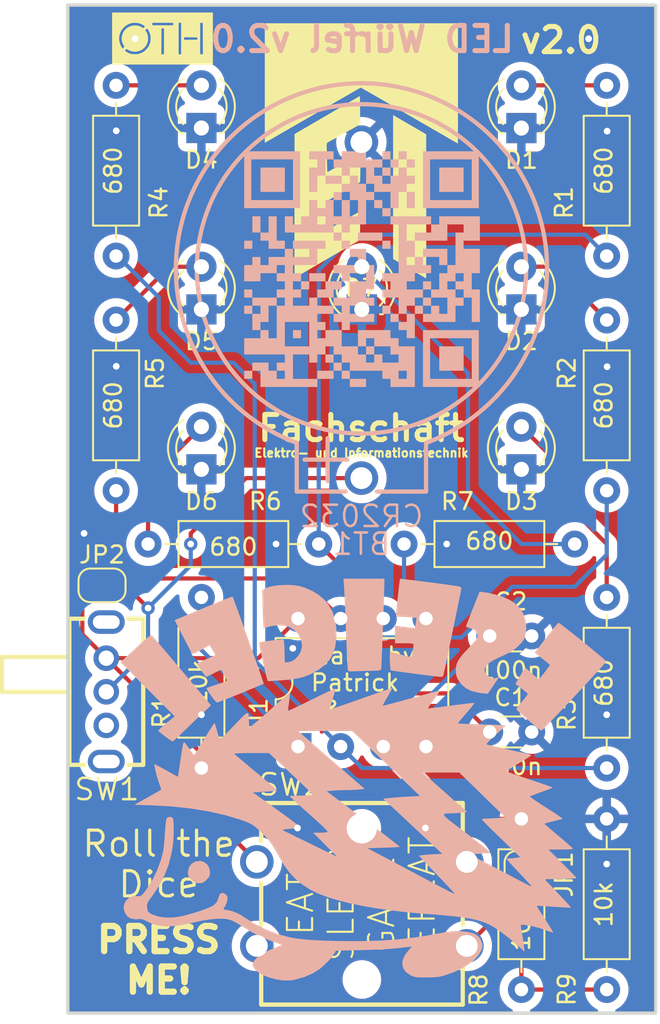
<source format=kicad_pcb>
(kicad_pcb (version 20221018) (generator pcbnew)
  (layers (0 "F.Cu" signal) (31 "B.Cu" signal) (34 "B.Paste" user) (35 "F.Paste" user) (36 "B.SilkS" user "B.Silkscreen") (37 "F.SilkS" user "F.Silkscreen") (38 "B.Mask" user) (39 "F.Mask" user) (44 "Edge.Cuts" user))
  (net 0 "")
  (net 1 "Net-(BT1-+)")
  (net 2 "GND")
  (net 3 "VCC")
  (net 6 "Button")
  (net 7 "Net-(D1-A)")
  (net 8 "Net-(D2-A)")
  (net 9 "Net-(D3-A)")
  (net 10 "Net-(D4-A)")
  (net 11 "Net-(D5-A)")
  (net 12 "Net-(D6-A)")
  (net 13 "Net-(D7-A)")
  (net 14 "RST")
  (net 15 "LED4")
  (net 16 "LED2")
  (net 18 "LED1")
  (net 19 "Net-(JP1-A)")
  (net 20 "LED3")
  (footprint "Resistor_THT:R_Axial_DIN0207_L6.3mm_D2.5mm_P10.16mm_Horizontal" (layer "F.Cu") (at 102.87 128.905 90)
    (fp_text reference "R5" (at 6.974723 2.323308 90) (layer "F.SilkS"))
    (fp_text value "680" (at 5.08 -0.173 90) (layer "F.SilkS"))
    (pad "1" thru_hole circle (at 0 0 90) (size 1.6 1.6) (drill 0.8) (layers "*.Cu" "*.Mask") (net 16 "LED2"))
    (pad "2" thru_hole oval (at 10.16 0 90) (size 1.6 1.6) (drill 0.8) (layers "*.Cu" "*.Mask") (net 11 "Net-(D5-A)"))
  )
  (footprint "Jumper:SolderJumper-2_P1.3mm_Open_RoundedPad1.0x1.5mm" (layer "F.Cu") (at 127 151.75 90)
    (fp_text reference "JP1" (at 0 2.54 90) (layer "F.SilkS"))
    (fp_text value "SolderJumper_2_Open" hide)
    (pad "1" smd custom (at -0.65 0 90) (size 1 0.5) (layers "F.Cu" "F.Mask") (net 19 "Net-(JP1-A)") (options (clearance outline) (anchor rect)) (primitives (gr_circle (center 0 0.25) (end 0.5 0.25) (width 0) (fill yes)) (gr_circle (center 0 -0.25) (end 0.5 -0.25) (width 0) (fill yes)) (gr_poly (pts (xy 0.5 0.75) (xy 0 0.75) (xy 0 -0.75) (xy 0.5 -0.75)) (width 0) (fill yes))))
    (pad "2" smd custom (at 0.65 0 90) (size 1 0.5) (layers "F.Cu" "F.Mask") (net 6 "Button") (options (clearance outline) (anchor rect)) (primitives (gr_circle (center 0 0.25) (end 0.5 0.25) (width 0) (fill yes)) (gr_circle (center 0 -0.25) (end 0.5 -0.25) (width 0) (fill yes)) (gr_poly (pts (xy 0 0.75) (xy -0.5 0.75) (xy -0.5 -0.75) (xy 0 -0.75)) (width 0) (fill yes))))
  )
  (footprint "Capacitor_THT:C_Disc_D3.0mm_W1.6mm_P2.50mm" (layer "F.Cu") (at 125.115 137.552842)
    (fp_text reference "C2" (at 1.25 -2.05) (layer "F.SilkS"))
    (fp_text value "100n" (at 1.25 2.05) (layer "F.SilkS"))
    (pad "1" thru_hole circle (at 0 0) (size 1.6 1.6) (drill 0.8) (layers "*.Cu" "*.Mask") (net 6 "Button"))
    (pad "2" thru_hole circle (at 2.5 0) (size 1.6 1.6) (drill 0.8) (layers "*.Cu" "*.Mask") (net 2 "GND"))
  )
  (footprint "LOGO" (layer "F.Cu") (at 117.475 112.728599)
    (fp_text reference "G012" hide)
    (fp_text value "LOGO" hide)
  )
  (footprint "C84931:KEY-TH_4P-L12.0-W12.0-P5.00-LS13.4-EH" (layer "F.Cu") (at 117.5 153.5)
    (fp_text reference "SW2" (at -4.198266 -7.096385) (layer "F.SilkS") (effects (font (size 1.27 1.27))))
    (fp_text value "Omron B3F-4055" hide)
    (pad "" np_thru_hole circle locked (at 0 -4.5) (size 1.8 1.8) (drill 1.8) (layers "*.Cu" "*.Mask"))
    (pad "" np_thru_hole circle locked (at 0 4.5) (size 1.8 1.8) (drill 1.8) (layers "*.Cu" "*.Mask"))
    (pad "1" thru_hole circle locked (at 6.25 2.5) (size 2 2) (drill 1.3) (layers "*.Cu" "*.Mask") (net 19 "Net-(JP1-A)"))
    (pad "2" thru_hole circle locked (at -6.25 2.5) (size 2 2) (drill 1.3) (layers "*.Cu" "*.Mask"))
    (pad "3" thru_hole circle locked (at 6.25 -2.5) (size 2 2) (drill 1.3) (layers "*.Cu" "*.Mask"))
    (pad "4" thru_hole circle locked (at -6.25 -2.5) (size 2 2) (drill 1.3) (layers "*.Cu" "*.Mask") (net 3 "VCC"))
  )
  (footprint "Resistor_THT:R_Axial_DIN0207_L6.3mm_D2.5mm_P10.16mm_Horizontal" (layer "F.Cu") (at 132.08 145.415 90)
    (fp_text reference "R3" (at 3.175 -2.37 90) (layer "F.SilkS"))
    (fp_text value "680" (at 5.08 -0.173 90) (layer "F.SilkS"))
    (pad "1" thru_hole circle (at 0 0 90) (size 1.6 1.6) (drill 0.8) (layers "*.Cu" "*.Mask") (net 20 "LED3"))
    (pad "2" thru_hole oval (at 10.16 0 90) (size 1.6 1.6) (drill 0.8) (layers "*.Cu" "*.Mask") (net 9 "Net-(D3-A)"))
  )
  (footprint "Resistor_THT:R_Axial_DIN0207_L6.3mm_D2.5mm_P10.16mm_Horizontal" (layer "F.Cu") (at 102.87 114.935 90)
    (fp_text reference "R4" (at 3.175 2.54 90) (layer "F.SilkS"))
    (fp_text value "680" (at 5.08 -0.173 90) (layer "F.SilkS"))
    (pad "1" thru_hole circle (at 0 0 90) (size 1.6 1.6) (drill 0.8) (layers "*.Cu" "*.Mask") (net 20 "LED3"))
    (pad "2" thru_hole oval (at 10.16 0 90) (size 1.6 1.6) (drill 0.8) (layers "*.Cu" "*.Mask") (net 10 "Net-(D4-A)"))
  )
  (footprint "Resistor_THT:R_Axial_DIN0207_L6.3mm_D2.5mm_P10.16mm_Horizontal" (layer "F.Cu") (at 127 158.6 90)
    (fp_text reference "R8" (at -0.025 -2.54 90) (layer "F.SilkS"))
    (fp_text value "10k" (at 3.66 0 90) (layer "F.SilkS"))
    (pad "1" thru_hole circle (at 0 0 90) (size 1.6 1.6) (drill 0.8) (layers "*.Cu" "*.Mask") (net 19 "Net-(JP1-A)"))
    (pad "2" thru_hole oval (at 10.16 0 90) (size 1.6 1.6) (drill 0.8) (layers "*.Cu" "*.Mask") (net 6 "Button"))
  )
  (footprint "Resistor_THT:R_Axial_DIN0207_L6.3mm_D2.5mm_P10.16mm_Horizontal" (layer "F.Cu") (at 132.08 128.905 90)
    (fp_text reference "R2" (at 6.985 -2.37 90) (layer "F.SilkS"))
    (fp_text value "680" (at 5.08 -0.173 90) (layer "F.SilkS"))
    (pad "1" thru_hole circle (at 0 0 90) (size 1.6 1.6) (drill 0.8) (layers "*.Cu" "*.Mask") (net 16 "LED2"))
    (pad "2" thru_hole oval (at 10.16 0 90) (size 1.6 1.6) (drill 0.8) (layers "*.Cu" "*.Mask") (net 8 "Net-(D2-A)"))
  )
  (footprint "Resistor_THT:R_Axial_DIN0207_L6.3mm_D2.5mm_P10.16mm_Horizontal" (layer "F.Cu") (at 132.08 158.6 90)
    (fp_text reference "R9" (at 0 -2.37 90) (layer "F.SilkS"))
    (fp_text value "10k" (at 5.08 -0.173 90) (layer "F.SilkS"))
    (pad "1" thru_hole circle (at 0 0 90) (size 1.6 1.6) (drill 0.8) (layers "*.Cu" "*.Mask") (net 19 "Net-(JP1-A)"))
    (pad "2" thru_hole oval (at 10.16 0 90) (size 1.6 1.6) (drill 0.8) (layers "*.Cu" "*.Mask") (net 2 "GND"))
  )
  (footprint "Resistor_THT:R_Axial_DIN0207_L6.3mm_D2.5mm_P10.16mm_Horizontal" (layer "F.Cu") (at 107.95 145.415 90)
    (fp_text reference "R10" (at 3.81 -2.37 90) (layer "F.SilkS"))
    (fp_text value "10k" (at 5.08 -0.173 90) (layer "F.SilkS"))
    (pad "1" thru_hole circle (at 0 0 90) (size 1.6 1.6) (drill 0.8) (layers "*.Cu" "*.Mask") (net 3 "VCC"))
    (pad "2" thru_hole oval (at 10.16 0 90) (size 1.6 1.6) (drill 0.8) (layers "*.Cu" "*.Mask") (net 14 "RST"))
  )
  (footprint "Resistor_THT:R_Axial_DIN0207_L6.3mm_D2.5mm_P10.16mm_Horizontal" (layer "F.Cu") (at 120.015 132.08)
    (fp_text reference "R7" (at 3.175 -2.54) (layer "F.SilkS"))
    (fp_text value "680" (at 5.08 -0.173) (layer "F.SilkS"))
    (pad "1" thru_hole circle (at 0 0) (size 1.6 1.6) (drill 0.8) (layers "*.Cu" "*.Mask") (net 15 "LED4"))
    (pad "2" thru_hole oval (at 10.16 0) (size 1.6 1.6) (drill 0.8) (layers "*.Cu" "*.Mask") (net 13 "Net-(D7-A)"))
  )
  (footprint "Package_DIP:DIP-8_W7.62mm" (layer "F.Cu") (at 113.7 144.135 90)
    (fp_text reference "U1" (at 1.895 -2.33 90) (layer "F.SilkS"))
    (fp_text value "ATtiny13A-P" hide)
    (pad "1" thru_hole rect locked (at 0 0 90) (size 1.6 1.6) (drill 0.8) (layers "*.Cu" "*.Mask") (net 14 "RST"))
    (pad "2" thru_hole oval locked (at 0 2.54 90) (size 1.6 1.6) (drill 0.8) (layers "*.Cu" "*.Mask") (net 20 "LED3"))
    (pad "3" thru_hole oval locked (at 0 5.08 90) (size 1.6 1.6) (drill 0.8) (layers "*.Cu" "*.Mask") (net 6 "Button"))
    (pad "4" thru_hole oval locked (at 0 7.62 90) (size 1.6 1.6) (drill 0.8) (layers "*.Cu" "*.Mask") (net 2 "GND"))
    (pad "5" thru_hole oval locked (at 7.62 7.62 90) (size 1.6 1.6) (drill 0.8) (layers "*.Cu" "*.Mask") (net 15 "LED4"))
    (pad "6" thru_hole oval locked (at 7.62 5.08 90) (size 1.6 1.6) (drill 0.8) (layers "*.Cu" "*.Mask") (net 18 "LED1"))
    (pad "7" thru_hole oval locked (at 7.62 2.54 90) (size 1.6 1.6) (drill 0.8) (layers "*.Cu" "*.Mask") (net 16 "LED2"))
    (pad "8" thru_hole oval locked (at 7.62 0 90) (size 1.6 1.6) (drill 0.8) (layers "*.Cu" "*.Mask") (net 3 "VCC"))
  )
  (footprint "Capacitor_THT:C_Disc_D3.0mm_W1.6mm_P2.50mm" (layer "F.Cu") (at 125.115 143.267842)
    (fp_text reference "C1" (at 1.25 -2.05) (layer "F.SilkS"))
    (fp_text value "100n" (at 1.25 2.05) (layer "F.SilkS"))
    (pad "1" thru_hole circle (at 0 0) (size 1.6 1.6) (drill 0.8) (layers "*.Cu" "*.Mask") (net 3 "VCC"))
    (pad "2" thru_hole circle (at 2.5 0) (size 1.6 1.6) (drill 0.8) (layers "*.Cu" "*.Mask") (net 2 "GND"))
  )
  (footprint "LED_THT:LED_D3.0mm" (layer "F.Cu") (at 127 127.635 90)
    (fp_text reference "D3" (at -1.9 0 180) (layer "F.SilkS"))
    (fp_text value "Red-TH-3mm" hide)
    (pad "1" thru_hole rect (at 0 0 90) (size 1.8 1.8) (drill 0.9) (layers "*.Cu" "*.Mask") (net 2 "GND"))
    (pad "2" thru_hole circle (at 2.54 0 90) (size 1.8 1.8) (drill 0.9) (layers "*.Cu" "*.Mask") (net 9 "Net-(D3-A)"))
  )
  (footprint "C393937:SW-TH_SK12D07VG4" (layer "F.Cu") (at 102.286 140.875 -90)
    (fp_text reference "SW1" (at 5.81 -0.032965) (layer "F.SilkS") (effects (font (size 1.27 1.27))))
    (fp_text value "SK12D07VG4" hide)
    (pad "1" thru_hole circle (at -2 0 270) (size 1.524 1.524) (drill 0.914) (layers "*.Cu" "*.Mask") (net 3 "VCC"))
    (pad "2" thru_hole circle (at 0 0 270) (size 1.524 1.524) (drill 0.914) (layers "*.Cu" "*.Mask") (net 1 "Net-(BT1-+)"))
    (pad "3" thru_hole circle (at 2 0 270) (size 1.524 1.524) (drill 0.914) (layers "*.Cu" "*.Mask"))
    (pad "4" thru_hole oval (at 4.15 0 270) (size 1.4 2.2) (drill oval 0.8 1.6) (layers "*.Cu" "*.Mask"))
    (pad "5" thru_hole oval (at -4.15 0 270) (size 1.4 2.2) (drill oval 0.8 1.6) (layers "*.Cu" "*.Mask"))
  )
  (footprint "LOGO" (layer "F.Cu") (at 117.475 112.093599)
    (fp_text reference "G011" hide)
    (fp_text value "LOGO" hide)
  )
  (footprint "LED_THT:LED_D3.0mm" (layer "F.Cu") (at 117.5 118.115 90)
    (fp_text reference "D7" (at 1.275 -0.025 180) (layer "F.SilkS"))
    (fp_text value "Red-TH-3mm" hide)
    (pad "1" thru_hole rect (at 0 0 90) (size 1.8 1.8) (drill 0.9) (layers "*.Cu" "*.Mask") (net 2 "GND"))
    (pad "2" thru_hole circle (at 2.54 0 90) (size 1.8 1.8) (drill 0.9) (layers "*.Cu" "*.Mask") (net 13 "Net-(D7-A)"))
  )
  (footprint "Resistor_THT:R_Axial_DIN0207_L6.3mm_D2.5mm_P10.16mm_Horizontal" (layer "F.Cu") (at 114.935 132.08 180)
    (fp_text reference "R6" (at 3.175 2.54) (layer "F.SilkS"))
    (fp_text value "680" (at 5.08 -0.173) (layer "F.SilkS"))
    (pad "1" thru_hole circle (at 0 0 180) (size 1.6 1.6) (drill 0.8) (layers "*.Cu" "*.Mask") (net 18 "LED1"))
    (pad "2" thru_hole oval (at 10.16 0 180) (size 1.6 1.6) (drill 0.8) (layers "*.Cu" "*.Mask") (net 12 "Net-(D6-A)"))
  )
  (footprint "Jumper:SolderJumper-2_P1.3mm_Open_RoundedPad1.0x1.5mm" (layer "F.Cu") (at 102.033217 134.538609 180)
    (fp_text reference "JP2" (at 0 1.823609 180) (layer "F.SilkS"))
    (fp_text value "SolderJumper_2_Bridged" hide)
    (pad "1" smd custom (at -0.65 0 180) (size 1 0.5) (layers "F.Cu" "F.Mask") (net 1 "Net-(BT1-+)") (options (clearance outline) (anchor rect)) (primitives (gr_circle (center 0 0.25) (end 0.5 0.25) (width 0) (fill yes)) (gr_circle (center 0 -0.25) (end 0.5 -0.25) (width 0) (fill yes)) (gr_poly (pts (xy 0.5 0.75) (xy 0 0.75) (xy 0 -0.75) (xy 0.5 -0.75)) (width 0) (fill yes))))
    (pad "2" smd custom (at 0.65 0 180) (size 1 0.5) (layers "F.Cu" "F.Mask") (net 3 "VCC") (options (clearance outline) (anchor rect)) (primitives (gr_circle (center 0 0.25) (end 0.5 0.25) (width 0) (fill yes)) (gr_circle (center 0 -0.25) (end 0.5 -0.25) (width 0) (fill yes)) (gr_poly (pts (xy 0 0.75) (xy -0.5 0.75) (xy -0.5 -0.75) (xy 0 -0.75)) (width 0) (fill yes))))
  )
  (footprint "LED_THT:LED_D3.0mm" (layer "F.Cu") (at 107.95 118.115 90)
    (fp_text reference "D5" (at -1.9 0 180) (layer "F.SilkS"))
    (fp_text value "Red-TH-3mm" hide)
    (pad "1" thru_hole rect (at 0 0 90) (size 1.8 1.8) (drill 0.9) (layers "*.Cu" "*.Mask") (net 2 "GND"))
    (pad "2" thru_hole circle (at 2.54 0 90) (size 1.8 1.8) (drill 0.9) (layers "*.Cu" "*.Mask") (net 11 "Net-(D5-A)"))
  )
  (footprint "LED_THT:LED_D3.0mm" (layer "F.Cu") (at 127 118.115 90)
    (fp_text reference "D2" (at -1.9 0 180) (layer "F.SilkS"))
    (fp_text value "Red-TH-3mm" hide)
    (pad "1" thru_hole rect (at 0 0 90) (size 1.8 1.8) (drill 0.9) (layers "*.Cu" "*.Mask") (net 2 "GND"))
    (pad "2" thru_hole circle (at 2.54 0 90) (size 1.8 1.8) (drill 0.9) (layers "*.Cu" "*.Mask") (net 8 "Net-(D2-A)"))
  )
  (footprint "LOGO" (layer "F.Cu") (at 105.625615 101.988386)
    (fp_text reference "G02" hide)
    (fp_text value "LOGO" hide)
  )
  (footprint "LED_THT:LED_D3.0mm" (layer "F.Cu") (at 107.95 107.315 90)
    (fp_text reference "D4" (at -1.9 0 180) (layer "F.SilkS"))
    (fp_text value "Red-TH-3mm" hide)
    (pad "1" thru_hole rect (at 0 0 90) (size 1.8 1.8) (drill 0.9) (layers "*.Cu" "*.Mask") (net 2 "GND"))
    (pad "2" thru_hole circle (at 2.54 0 90) (size 1.8 1.8) (drill 0.9) (layers "*.Cu" "*.Mask") (net 10 "Net-(D4-A)"))
  )
  (footprint "LED_THT:LED_D3.0mm" (layer "F.Cu") (at 107.95 127.635 90)
    (fp_text reference "D6" (at -1.9 0 180) (layer "F.SilkS"))
    (fp_text value "Red-TH-3mm" hide)
    (pad "1" thru_hole rect (at 0 0 90) (size 1.8 1.8) (drill 0.9) (layers "*.Cu" "*.Mask") (net 2 "GND"))
    (pad "2" thru_hole circle (at 2.54 0 90) (size 1.8 1.8) (drill 0.9) (layers "*.Cu" "*.Mask") (net 12 "Net-(D6-A)"))
  )
  (footprint "LED_THT:LED_D3.0mm" (layer "F.Cu") (at 127 107.32 90)
    (fp_text reference "D1" (at -1.9 0 180) (layer "F.SilkS"))
    (fp_text value "Red-TH-3mm" hide)
    (pad "1" thru_hole rect (at 0 0 90) (size 1.8 1.8) (drill 0.9) (layers "*.Cu" "*.Mask") (net 2 "GND"))
    (pad "2" thru_hole circle (at 2.54 0 90) (size 1.8 1.8) (drill 0.9) (layers "*.Cu" "*.Mask") (net 7 "Net-(D1-A)"))
  )
  (footprint "Resistor_THT:R_Axial_DIN0207_L6.3mm_D2.5mm_P10.16mm_Horizontal" (layer "F.Cu") (at 132.08 114.935 90)
    (fp_text reference "R1" (at 3.175 -2.54 90) (layer "F.SilkS"))
    (fp_text value "680" (at 5.08 -0.173 90) (layer "F.SilkS"))
    (pad "1" thru_hole circle (at 0 0 90) (size 1.6 1.6) (drill 0.8) (layers "*.Cu" "*.Mask") (net 18 "LED1"))
    (pad "2" thru_hole oval (at 10.16 0 90) (size 1.6 1.6) (drill 0.8) (layers "*.Cu" "*.Mask") (net 7 "Net-(D1-A)"))
  )
  (footprint "LOGO" (layer "B.Cu") (at 117.475 146.05 180)
    (fp_text reference "G01" hide)
    (fp_text value "LOGO" hide)
  )
  (footprint "C70376:BAT-TH_BS-2-1" (layer "B.Cu") (at 117.475 118.156421 180)
    (fp_text reference "BT1" (at 0 -13.923579) (layer "B.SilkS") (effects (font (size 1.27 1.27)) (justify mirror)))
    (fp_text value "CR2032" (at -0.005 -12.27) (layer "B.SilkS") (effects (font (size 1.27 1.27)) (justify mirror)))
    (pad "1" thru_hole circle (at 0 -10 90) (size 2 2) (drill 1.3) (layers "*.Cu" "*.Mask") (net 1 "Net-(BT1-+)"))
    (pad "2" thru_hole circle (at 0 10 90) (size 2 2) (drill 1.3) (layers "*.Cu" "*.Mask") (net 2 "GND"))
  )
  (footprint "LOGO" (layer "B.Cu") (at 117.513045 115.715632 180)
    (fp_text reference "G100" hide)
    (fp_text value "LOGO" hide)
  )
  (gr_rect (start 100 100) (end 135 160) (stroke (width 0.2)) (fill none) (layer "Edge.Cuts"))
  (gr_text "LED Würfel v2.0" (at 117.51968 102.028949) (layer "B.SilkS") (effects (font (size 1.5 1.5) (thickness 0.3) bold) (justify mirror)))
  (gr_text "Roll the\nDice" (at 105.41 151.13) (layer "F.SilkS") (effects (font (size 1.5 1.5) (thickness 0.1875))))
  (gr_text "made by\nPatrick \n& Leo" (at 117.475 140.335) (layer "F.SilkS") (effects (font (size 1 1))))
  (gr_text "PRESS\nME!" (at 105.41 156.845) (layer "F.SilkS") (effects (font (size 1.5 1.5) (thickness 0.375) bold)))
  (gr_text "EAT\nSLEEP\nGAME\nREPEAT" (at 117.475 153.516174 90) (layer "F.SilkS") (effects (font (size 1.5 1.5) (thickness 0.125))))
  (gr_text "Elektro- und Informationstechnik" (at 117.475685 126.951091) (layer "F.SilkS") (effects (font (size 0.5 0.5) (thickness 0.125) bold) (justify bottom)))
  (gr_text "v2.0" (at 129.356751 102.091401) (layer "F.SilkS") (effects (font (size 1.5 1.5) (thickness 0.3) bold)))
  (gr_text "Fachschaft" (at 117.475 126.063599) (layer "F.SilkS") (effects (font (size 1.5 1.5) (thickness 0.3) bold) (justify bottom)))
  (segment (start 103.423609 134.538609) (end 102.683217 134.538609) (width 0.25) (layer "F.Cu") (net 1))
  (segment (start 110.603579 128.156421) (end 117.475 128.156421) (width 0.25) (layer "F.Cu") (net 1))
  (segment (start 107.315 132.08) (end 107.315 131.445) (width 0.25) (layer "F.Cu") (net 1))
  (segment (start 107.315 131.445) (end 110.603579 128.156421) (width 0.25) (layer "F.Cu") (net 1))
  (segment (start 104.775 135.89) (end 103.423609 134.538609) (width 0.25) (layer "F.Cu") (net 1))
  (via (at 104.775 135.89) (size 0.8) (drill 0.4) (layers "F.Cu" "B.Cu") (net 1))
  (via (at 107.315 132.08) (size 0.8) (drill 0.4) (layers "F.Cu" "B.Cu") (net 1))
  (segment (start 104.775 138.386) (end 102.286 140.875) (width 0.25) (layer "B.Cu") (net 1))
  (segment (start 107.315 133.35) (end 104.775 135.89) (width 0.25) (layer "B.Cu") (net 1))
  (segment (start 107.315 132.08) (end 107.315 133.35) (width 0.25) (layer "B.Cu") (net 1))
  (segment (start 104.775 135.89) (end 104.775 138.386) (width 0.25) (layer "B.Cu") (net 1))
  (segment (start 119.10406 119.440864) (end 115.95906 119.440864) (width 2) (layer "F.Cu") (net 2))
  (segment (start 117.5 118.115) (end 118.115 118.115) (width 0.25) (layer "F.Cu") (net 2))
  (segment (start 117.83906 118.175864) (end 119.10406 119.440864) (width 2) (layer "F.Cu") (net 2))
  (segment (start 115.95906 119.440864) (end 117.22406 118.175864) (width 2) (layer "F.Cu") (net 2))
  (via (at 132.103723 121.522485) (size 0.8) (drill 0.4) (layers "F.Cu" "B.Cu") (net 2))
  (via (at 113.669107 148.982735) (size 0.8) (drill 0.4) (layers "F.Cu" "B.Cu") (net 2))
  (via (at 131 102) (size 0.8) (drill 0.4) (layers "F.Cu" "B.Cu") (net 2))
  (via (at 112.395 132.08) (size 0.8) (drill 0.4) (layers "F.Cu" "B.Cu") (net 2))
  (via (at 132.08 142.24) (size 0.8) (drill 0.4) (layers "F.Cu" "B.Cu") (net 2))
  (via (at 102.880478 121.499237) (size 0.8) (drill 0.4) (layers "F.Cu" "B.Cu") (net 2))
  (via (at 100.965 131.445) (size 0.8) (drill 0.4) (layers "F.Cu" "B.Cu") (net 2))
  (via (at 132.103723 107.503697) (size 0.8) (drill 0.4) (layers "F.Cu" "B.Cu") (net 2))
  (via (at 102.880478 107.480449) (size 0.8) (drill 0.4) (layers "F.Cu" "B.Cu") (net 2))
  (via (at 113.389482 138.288266) (size 0.8) (drill 0.4) (layers "F.Cu" "B.Cu") (net 2))
  (via (at 132.08 151.13) (size 0.8) (drill 0.4) (layers "F.Cu" "B.Cu") (net 2))
  (via (at 107.95 142.24) (size 0.8) (drill 0.4) (layers "F.Cu" "B.Cu") (net 2))
  (via (at 104 102) (size 0.8) (drill 0.4) (layers "F.Cu" "B.Cu") (net 2))
  (via (at 121.289107 148.982735) (size 0.8) (drill 0.4) (layers "F.Cu" "B.Cu") (net 2))
  (via (at 122.555 132.08) (size 0.8) (drill 0.4) (layers "F.Cu" "B.Cu") (net 2))
  (segment (start 107.95 145.415) (end 107.95 144.539) (width 0.25) (layer "F.Cu") (net 3))
  (segment (start 113.7 136.515) (end 118.155 140.97) (width 0.25) (layer "F.Cu") (net 3))
  (segment (start 107.95 144.539) (end 102.286 138.875) (width 0.25) (layer "F.Cu") (net 3))
  (segment (start 102.286 138.875) (end 111.34 138.875) (width 0.25) (layer "F.Cu") (net 3))
  (segment (start 111.25 151) (end 107.95 147.7) (width 0.25) (layer "F.Cu") (net 3))
  (segment (start 107.95 147.7) (end 107.95 145.415) (width 0.25) (layer "F.Cu") (net 3))
  (segment (start 122.817158 140.97) (end 125.115 143.267842) (width 0.25) (layer "F.Cu") (net 3))
  (segment (start 111.34 138.875) (end 113.7 136.515) (width 0.25) (layer "F.Cu") (net 3))
  (segment (start 100.861 135.060826) (end 101.383217 134.538609) (width 0.25) (layer "F.Cu") (net 3))
  (segment (start 102.286 138.875) (end 100.861 137.45) (width 0.25) (layer "F.Cu") (net 3))
  (segment (start 100.861 137.45) (end 100.861 135.060826) (width 0.25) (layer "F.Cu") (net 3))
  (segment (start 118.155 140.97) (end 122.817158 140.97) (width 0.25) (layer "F.Cu") (net 3))
  (segment (start 123.085 148.44) (end 118.78 144.135) (width 0.25) (layer "F.Cu") (net 6))
  (segment (start 127 148.44) (end 123.085 148.44) (width 0.25) (layer "F.Cu") (net 6))
  (segment (start 127 148.44) (end 127 151.1) (width 0.25) (layer "F.Cu") (net 6))
  (segment (start 118.78 143.887842) (end 118.78 144.135) (width 0.25) (layer "B.Cu") (net 6))
  (segment (start 125.115 137.552842) (end 118.78 143.887842) (width 0.25) (layer "B.Cu") (net 6))
  (segment (start 127.005 104.775) (end 127 104.78) (width 0.25) (layer "F.Cu") (net 7))
  (segment (start 132.08 104.775) (end 127.005 104.775) (width 0.25) (layer "F.Cu") (net 7))
  (segment (start 128.905 115.57) (end 132.08 118.745) (width 0.25) (layer "F.Cu") (net 8))
  (segment (start 127 115.575) (end 127 115.57) (width 0.25) (layer "F.Cu") (net 8))
  (segment (start 127 115.575) (end 127.005 115.57) (width 0.25) (layer "F.Cu") (net 8))
  (segment (start 127.005 115.57) (end 128.905 115.57) (width 0.25) (layer "F.Cu") (net 8))
  (segment (start 127 125.0975) (end 129.230991 127.328491) (width 0.25) (layer "F.Cu") (net 9))
  (segment (start 129.230991 129.230991) (end 132.08 132.08) (width 0.25) (layer "F.Cu") (net 9))
  (segment (start 132.08 132.08) (end 132.08 135.255) (width 0.25) (layer "F.Cu") (net 9))
  (segment (start 129.230991 127.328491) (end 129.230991 129.230991) (width 0.25) (layer "F.Cu") (net 9))
  (segment (start 107.95 104.775) (end 102.87 104.775) (width 0.25) (layer "F.Cu") (net 10))
  (segment (start 106.04 115.575) (end 102.87 118.745) (width 0.25) (layer "F.Cu") (net 11))
  (segment (start 107.95 115.575) (end 106.04 115.575) (width 0.25) (layer "F.Cu") (net 11))
  (segment (start 104.775 128.27) (end 107.95 125.095) (width 0.25) (layer "F.Cu") (net 12))
  (segment (start 104.775 132.08) (end 104.775 128.27) (width 0.25) (layer "F.Cu") (net 12))
  (segment (start 117.5 115.595) (end 123.825 121.92) (width 0.25) (layer "B.Cu") (net 13))
  (segment (start 123.825 121.92) (end 123.825 128.905) (width 0.25) (layer "B.Cu") (net 13))
  (segment (start 127 132.08) (end 130.175 132.08) (width 0.25) (layer "B.Cu") (net 13))
  (segment (start 123.825 128.905) (end 127 132.08) (width 0.25) (layer "B.Cu") (net 13))
  (segment (start 107.95 138.385) (end 113.7 144.135) (width 0.25) (layer "B.Cu") (net 14))
  (segment (start 107.95 135.255) (end 107.95 138.385) (width 0.25) (layer "B.Cu") (net 14))
  (segment (start 120.015 135.21) (end 121.32 136.515) (width 0.25) (layer "B.Cu") (net 15))
  (segment (start 120.015 132.08) (end 120.015 135.21) (width 0.25) (layer "B.Cu") (net 15))
  (segment (start 104.759504 134.13) (end 113.855 134.13) (width 0.25) (layer "F.Cu") (net 16))
  (segment (start 113.855 134.13) (end 116.24 136.515) (width 0.25) (layer "F.Cu") (net 16))
  (segment (start 102.87 132.240496) (end 104.759504 134.13) (width 0.25) (layer "F.Cu") (net 16))
  (segment (start 102.87 128.905) (end 102.87 132.240496) (width 0.25) (layer "F.Cu") (net 16))
  (segment (start 116.24 136.515) (end 117.365 137.64) (width 0.25) (layer "B.Cu") (net 16))
  (segment (start 126.456851 134.62) (end 130.175 134.62) (width 0.25) (layer "B.Cu") (net 16))
  (segment (start 130.175 134.62) (end 132.08 132.715) (width 0.25) (layer "B.Cu") (net 16))
  (segment (start 132.08 132.715) (end 132.08 128.905) (width 0.25) (layer "B.Cu") (net 16))
  (segment (start 123.436851 137.64) (end 126.456851 134.62) (width 0.25) (layer "B.Cu") (net 16))
  (segment (start 117.365 137.64) (end 123.436851 137.64) (width 0.25) (layer "B.Cu") (net 16))
  (segment (start 118.78 135.925) (end 118.78 136.515) (width 0.25) (layer "F.Cu") (net 18))
  (segment (start 114.935 132.08) (end 118.78 135.925) (width 0.25) (layer "F.Cu") (net 18))
  (segment (start 117.042588 113.665) (end 114.935 115.772588) (width 0.25) (layer "B.Cu") (net 18))
  (segment (start 114.935 115.772588) (end 114.935 132.08) (width 0.25) (layer "B.Cu") (net 18))
  (segment (start 132.08 114.935) (end 130.81 113.665) (width 0.25) (layer "B.Cu") (net 18))
  (segment (start 130.81 113.665) (end 117.042588 113.665) (width 0.25) (layer "B.Cu") (net 18))
  (segment (start 127 152.4) (end 127 152.75) (width 0.25) (layer "F.Cu") (net 19))
  (segment (start 127 158.6) (end 132.08 158.6) (width 0.25) (layer "F.Cu") (net 19))
  (segment (start 127 152.75) (end 123.75 156) (width 0.25) (layer "F.Cu") (net 19))
  (segment (start 127 152.4) (end 127 158.6) (width 0.25) (layer "F.Cu") (net 19))
  (segment (start 105.41 117.39) (end 105.41 119.38) (width 0.25) (layer "B.Cu") (net 20))
  (segment (start 109.855 121.285) (end 111.125 122.555) (width 0.25) (layer "B.Cu") (net 20))
  (segment (start 105.41 119.38) (end 107.315 121.285) (width 0.25) (layer "B.Cu") (net 20))
  (segment (start 111.125 139.02) (end 116.24 144.135) (width 0.25) (layer "B.Cu") (net 20))
  (segment (start 132.08 145.415) (end 117.52 145.415) (width 0.25) (layer "B.Cu") (net 20))
  (segment (start 111.125 122.555) (end 111.125 139.02) (width 0.25) (layer "B.Cu") (net 20))
  (segment (start 117.52 145.415) (end 116.24 144.135) (width 0.25) (layer "B.Cu") (net 20))
  (segment (start 107.315 121.285) (end 109.855 121.285) (width 0.25) (layer "B.Cu") (net 20))
  (segment (start 102.87 114.85) (end 105.41 117.39) (width 0.25) (layer "B.Cu") (net 20))
  (zone (net 2) (net_name "GND") (layers "F&B.Cu") (name "GND") (connect_pads (clearance 0.5)) (min_thickness 0.25) (fill yes (thermal_gap 0.5) (thermal_bridge_width 0.5))
    (polygon (pts (xy 99.695 99.695) (xy 135.255 99.695) (xy 135.255 160.655) (xy 99.695 160.655)))
  )
)
</source>
